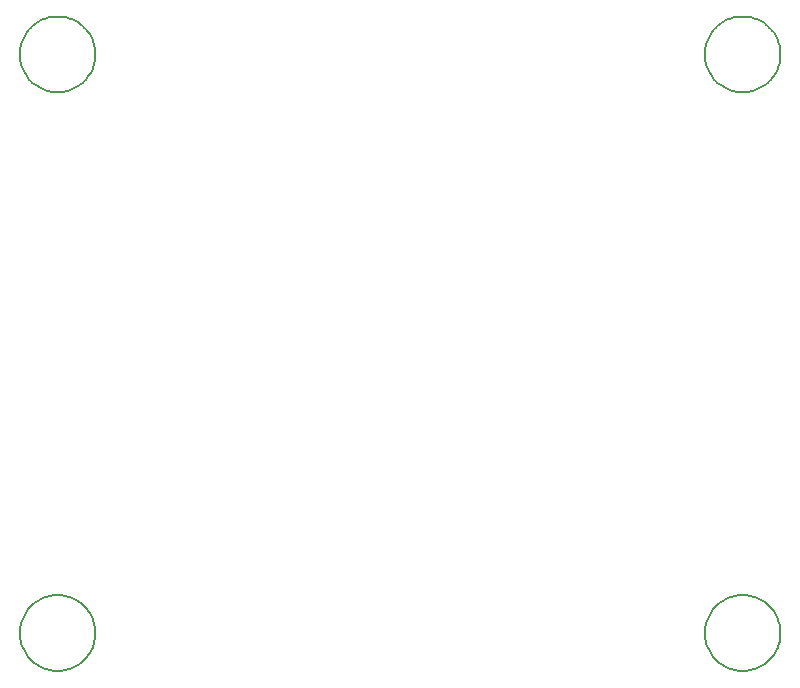
<source format=gbo>
G75*
%MOIN*%
%OFA0B0*%
%FSLAX24Y24*%
%IPPOS*%
%LPD*%
%AMOC8*
5,1,8,0,0,1.08239X$1,22.5*
%
%ADD10C,0.0050*%
D10*
X000218Y001628D02*
X000220Y001699D01*
X000226Y001769D01*
X000236Y001839D01*
X000250Y001908D01*
X000267Y001977D01*
X000289Y002044D01*
X000314Y002110D01*
X000343Y002175D01*
X000375Y002237D01*
X000411Y002298D01*
X000450Y002357D01*
X000493Y002414D01*
X000538Y002468D01*
X000587Y002519D01*
X000638Y002568D01*
X000692Y002613D01*
X000749Y002656D01*
X000808Y002695D01*
X000869Y002731D01*
X000931Y002763D01*
X000996Y002792D01*
X001062Y002817D01*
X001129Y002839D01*
X001198Y002856D01*
X001267Y002870D01*
X001337Y002880D01*
X001407Y002886D01*
X001478Y002888D01*
X001549Y002886D01*
X001619Y002880D01*
X001689Y002870D01*
X001758Y002856D01*
X001827Y002839D01*
X001894Y002817D01*
X001960Y002792D01*
X002025Y002763D01*
X002087Y002731D01*
X002148Y002695D01*
X002207Y002656D01*
X002264Y002613D01*
X002318Y002568D01*
X002369Y002519D01*
X002418Y002468D01*
X002463Y002414D01*
X002506Y002357D01*
X002545Y002298D01*
X002581Y002237D01*
X002613Y002175D01*
X002642Y002110D01*
X002667Y002044D01*
X002689Y001977D01*
X002706Y001908D01*
X002720Y001839D01*
X002730Y001769D01*
X002736Y001699D01*
X002738Y001628D01*
X002736Y001557D01*
X002730Y001487D01*
X002720Y001417D01*
X002706Y001348D01*
X002689Y001279D01*
X002667Y001212D01*
X002642Y001146D01*
X002613Y001081D01*
X002581Y001019D01*
X002545Y000958D01*
X002506Y000899D01*
X002463Y000842D01*
X002418Y000788D01*
X002369Y000737D01*
X002318Y000688D01*
X002264Y000643D01*
X002207Y000600D01*
X002148Y000561D01*
X002087Y000525D01*
X002025Y000493D01*
X001960Y000464D01*
X001894Y000439D01*
X001827Y000417D01*
X001758Y000400D01*
X001689Y000386D01*
X001619Y000376D01*
X001549Y000370D01*
X001478Y000368D01*
X001407Y000370D01*
X001337Y000376D01*
X001267Y000386D01*
X001198Y000400D01*
X001129Y000417D01*
X001062Y000439D01*
X000996Y000464D01*
X000931Y000493D01*
X000869Y000525D01*
X000808Y000561D01*
X000749Y000600D01*
X000692Y000643D01*
X000638Y000688D01*
X000587Y000737D01*
X000538Y000788D01*
X000493Y000842D01*
X000450Y000899D01*
X000411Y000958D01*
X000375Y001019D01*
X000343Y001081D01*
X000314Y001146D01*
X000289Y001212D01*
X000267Y001279D01*
X000250Y001348D01*
X000236Y001417D01*
X000226Y001487D01*
X000220Y001557D01*
X000218Y001628D01*
X000218Y020919D02*
X000220Y020990D01*
X000226Y021060D01*
X000236Y021130D01*
X000250Y021199D01*
X000267Y021268D01*
X000289Y021335D01*
X000314Y021401D01*
X000343Y021466D01*
X000375Y021528D01*
X000411Y021589D01*
X000450Y021648D01*
X000493Y021705D01*
X000538Y021759D01*
X000587Y021810D01*
X000638Y021859D01*
X000692Y021904D01*
X000749Y021947D01*
X000808Y021986D01*
X000869Y022022D01*
X000931Y022054D01*
X000996Y022083D01*
X001062Y022108D01*
X001129Y022130D01*
X001198Y022147D01*
X001267Y022161D01*
X001337Y022171D01*
X001407Y022177D01*
X001478Y022179D01*
X001549Y022177D01*
X001619Y022171D01*
X001689Y022161D01*
X001758Y022147D01*
X001827Y022130D01*
X001894Y022108D01*
X001960Y022083D01*
X002025Y022054D01*
X002087Y022022D01*
X002148Y021986D01*
X002207Y021947D01*
X002264Y021904D01*
X002318Y021859D01*
X002369Y021810D01*
X002418Y021759D01*
X002463Y021705D01*
X002506Y021648D01*
X002545Y021589D01*
X002581Y021528D01*
X002613Y021466D01*
X002642Y021401D01*
X002667Y021335D01*
X002689Y021268D01*
X002706Y021199D01*
X002720Y021130D01*
X002730Y021060D01*
X002736Y020990D01*
X002738Y020919D01*
X002736Y020848D01*
X002730Y020778D01*
X002720Y020708D01*
X002706Y020639D01*
X002689Y020570D01*
X002667Y020503D01*
X002642Y020437D01*
X002613Y020372D01*
X002581Y020310D01*
X002545Y020249D01*
X002506Y020190D01*
X002463Y020133D01*
X002418Y020079D01*
X002369Y020028D01*
X002318Y019979D01*
X002264Y019934D01*
X002207Y019891D01*
X002148Y019852D01*
X002087Y019816D01*
X002025Y019784D01*
X001960Y019755D01*
X001894Y019730D01*
X001827Y019708D01*
X001758Y019691D01*
X001689Y019677D01*
X001619Y019667D01*
X001549Y019661D01*
X001478Y019659D01*
X001407Y019661D01*
X001337Y019667D01*
X001267Y019677D01*
X001198Y019691D01*
X001129Y019708D01*
X001062Y019730D01*
X000996Y019755D01*
X000931Y019784D01*
X000869Y019816D01*
X000808Y019852D01*
X000749Y019891D01*
X000692Y019934D01*
X000638Y019979D01*
X000587Y020028D01*
X000538Y020079D01*
X000493Y020133D01*
X000450Y020190D01*
X000411Y020249D01*
X000375Y020310D01*
X000343Y020372D01*
X000314Y020437D01*
X000289Y020503D01*
X000267Y020570D01*
X000250Y020639D01*
X000236Y020708D01*
X000226Y020778D01*
X000220Y020848D01*
X000218Y020919D01*
X023053Y020919D02*
X023055Y020990D01*
X023061Y021060D01*
X023071Y021130D01*
X023085Y021199D01*
X023102Y021268D01*
X023124Y021335D01*
X023149Y021401D01*
X023178Y021466D01*
X023210Y021528D01*
X023246Y021589D01*
X023285Y021648D01*
X023328Y021705D01*
X023373Y021759D01*
X023422Y021810D01*
X023473Y021859D01*
X023527Y021904D01*
X023584Y021947D01*
X023643Y021986D01*
X023704Y022022D01*
X023766Y022054D01*
X023831Y022083D01*
X023897Y022108D01*
X023964Y022130D01*
X024033Y022147D01*
X024102Y022161D01*
X024172Y022171D01*
X024242Y022177D01*
X024313Y022179D01*
X024384Y022177D01*
X024454Y022171D01*
X024524Y022161D01*
X024593Y022147D01*
X024662Y022130D01*
X024729Y022108D01*
X024795Y022083D01*
X024860Y022054D01*
X024922Y022022D01*
X024983Y021986D01*
X025042Y021947D01*
X025099Y021904D01*
X025153Y021859D01*
X025204Y021810D01*
X025253Y021759D01*
X025298Y021705D01*
X025341Y021648D01*
X025380Y021589D01*
X025416Y021528D01*
X025448Y021466D01*
X025477Y021401D01*
X025502Y021335D01*
X025524Y021268D01*
X025541Y021199D01*
X025555Y021130D01*
X025565Y021060D01*
X025571Y020990D01*
X025573Y020919D01*
X025571Y020848D01*
X025565Y020778D01*
X025555Y020708D01*
X025541Y020639D01*
X025524Y020570D01*
X025502Y020503D01*
X025477Y020437D01*
X025448Y020372D01*
X025416Y020310D01*
X025380Y020249D01*
X025341Y020190D01*
X025298Y020133D01*
X025253Y020079D01*
X025204Y020028D01*
X025153Y019979D01*
X025099Y019934D01*
X025042Y019891D01*
X024983Y019852D01*
X024922Y019816D01*
X024860Y019784D01*
X024795Y019755D01*
X024729Y019730D01*
X024662Y019708D01*
X024593Y019691D01*
X024524Y019677D01*
X024454Y019667D01*
X024384Y019661D01*
X024313Y019659D01*
X024242Y019661D01*
X024172Y019667D01*
X024102Y019677D01*
X024033Y019691D01*
X023964Y019708D01*
X023897Y019730D01*
X023831Y019755D01*
X023766Y019784D01*
X023704Y019816D01*
X023643Y019852D01*
X023584Y019891D01*
X023527Y019934D01*
X023473Y019979D01*
X023422Y020028D01*
X023373Y020079D01*
X023328Y020133D01*
X023285Y020190D01*
X023246Y020249D01*
X023210Y020310D01*
X023178Y020372D01*
X023149Y020437D01*
X023124Y020503D01*
X023102Y020570D01*
X023085Y020639D01*
X023071Y020708D01*
X023061Y020778D01*
X023055Y020848D01*
X023053Y020919D01*
X023053Y001628D02*
X023055Y001699D01*
X023061Y001769D01*
X023071Y001839D01*
X023085Y001908D01*
X023102Y001977D01*
X023124Y002044D01*
X023149Y002110D01*
X023178Y002175D01*
X023210Y002237D01*
X023246Y002298D01*
X023285Y002357D01*
X023328Y002414D01*
X023373Y002468D01*
X023422Y002519D01*
X023473Y002568D01*
X023527Y002613D01*
X023584Y002656D01*
X023643Y002695D01*
X023704Y002731D01*
X023766Y002763D01*
X023831Y002792D01*
X023897Y002817D01*
X023964Y002839D01*
X024033Y002856D01*
X024102Y002870D01*
X024172Y002880D01*
X024242Y002886D01*
X024313Y002888D01*
X024384Y002886D01*
X024454Y002880D01*
X024524Y002870D01*
X024593Y002856D01*
X024662Y002839D01*
X024729Y002817D01*
X024795Y002792D01*
X024860Y002763D01*
X024922Y002731D01*
X024983Y002695D01*
X025042Y002656D01*
X025099Y002613D01*
X025153Y002568D01*
X025204Y002519D01*
X025253Y002468D01*
X025298Y002414D01*
X025341Y002357D01*
X025380Y002298D01*
X025416Y002237D01*
X025448Y002175D01*
X025477Y002110D01*
X025502Y002044D01*
X025524Y001977D01*
X025541Y001908D01*
X025555Y001839D01*
X025565Y001769D01*
X025571Y001699D01*
X025573Y001628D01*
X025571Y001557D01*
X025565Y001487D01*
X025555Y001417D01*
X025541Y001348D01*
X025524Y001279D01*
X025502Y001212D01*
X025477Y001146D01*
X025448Y001081D01*
X025416Y001019D01*
X025380Y000958D01*
X025341Y000899D01*
X025298Y000842D01*
X025253Y000788D01*
X025204Y000737D01*
X025153Y000688D01*
X025099Y000643D01*
X025042Y000600D01*
X024983Y000561D01*
X024922Y000525D01*
X024860Y000493D01*
X024795Y000464D01*
X024729Y000439D01*
X024662Y000417D01*
X024593Y000400D01*
X024524Y000386D01*
X024454Y000376D01*
X024384Y000370D01*
X024313Y000368D01*
X024242Y000370D01*
X024172Y000376D01*
X024102Y000386D01*
X024033Y000400D01*
X023964Y000417D01*
X023897Y000439D01*
X023831Y000464D01*
X023766Y000493D01*
X023704Y000525D01*
X023643Y000561D01*
X023584Y000600D01*
X023527Y000643D01*
X023473Y000688D01*
X023422Y000737D01*
X023373Y000788D01*
X023328Y000842D01*
X023285Y000899D01*
X023246Y000958D01*
X023210Y001019D01*
X023178Y001081D01*
X023149Y001146D01*
X023124Y001212D01*
X023102Y001279D01*
X023085Y001348D01*
X023071Y001417D01*
X023061Y001487D01*
X023055Y001557D01*
X023053Y001628D01*
M02*

</source>
